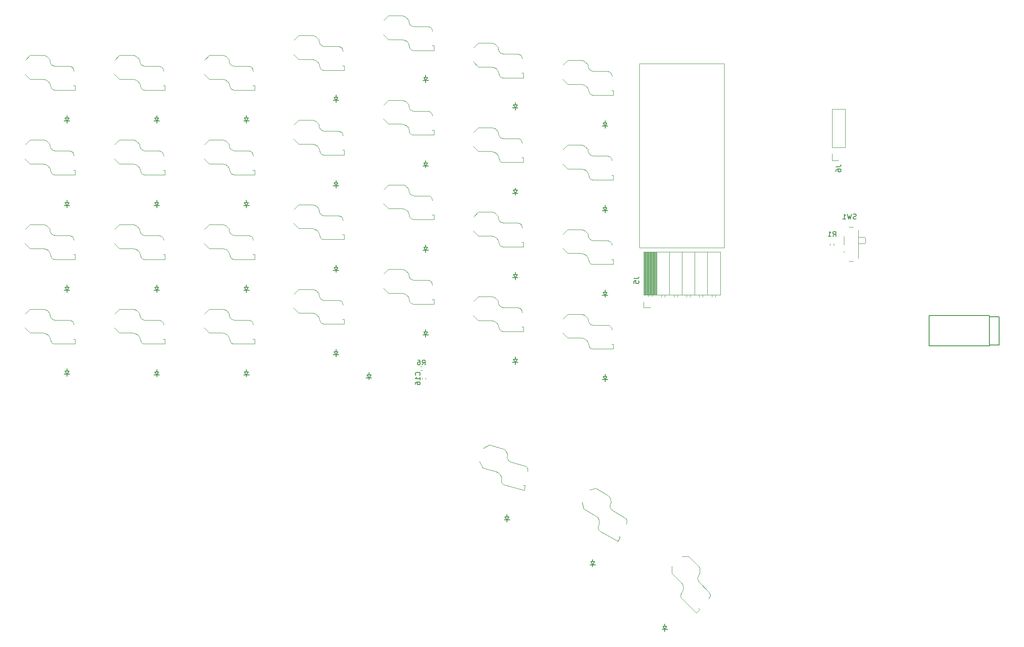
<source format=gbr>
%TF.GenerationSoftware,KiCad,Pcbnew,8.0.5*%
%TF.CreationDate,2024-10-02T17:20:21+02:00*%
%TF.ProjectId,vaucasy-pcb,76617563-6173-4792-9d70-63622e6b6963,rev?*%
%TF.SameCoordinates,Original*%
%TF.FileFunction,Legend,Bot*%
%TF.FilePolarity,Positive*%
%FSLAX46Y46*%
G04 Gerber Fmt 4.6, Leading zero omitted, Abs format (unit mm)*
G04 Created by KiCad (PCBNEW 8.0.5) date 2024-10-02 17:20:21*
%MOMM*%
%LPD*%
G01*
G04 APERTURE LIST*
%ADD10C,0.100000*%
%ADD11C,0.150000*%
%ADD12C,0.120000*%
G04 APERTURE END LIST*
D10*
X156425000Y-77675000D02*
X173425000Y-77675000D01*
X173425000Y-40675000D01*
X156425000Y-40675000D01*
X156425000Y-77675000D01*
D11*
X155284819Y-83861666D02*
X155999104Y-83861666D01*
X155999104Y-83861666D02*
X156141961Y-83814047D01*
X156141961Y-83814047D02*
X156237200Y-83718809D01*
X156237200Y-83718809D02*
X156284819Y-83575952D01*
X156284819Y-83575952D02*
X156284819Y-83480714D01*
X155284819Y-84814047D02*
X155284819Y-84337857D01*
X155284819Y-84337857D02*
X155761009Y-84290238D01*
X155761009Y-84290238D02*
X155713390Y-84337857D01*
X155713390Y-84337857D02*
X155665771Y-84433095D01*
X155665771Y-84433095D02*
X155665771Y-84671190D01*
X155665771Y-84671190D02*
X155713390Y-84766428D01*
X155713390Y-84766428D02*
X155761009Y-84814047D01*
X155761009Y-84814047D02*
X155856247Y-84861666D01*
X155856247Y-84861666D02*
X156094342Y-84861666D01*
X156094342Y-84861666D02*
X156189580Y-84814047D01*
X156189580Y-84814047D02*
X156237200Y-84766428D01*
X156237200Y-84766428D02*
X156284819Y-84671190D01*
X156284819Y-84671190D02*
X156284819Y-84433095D01*
X156284819Y-84433095D02*
X156237200Y-84337857D01*
X156237200Y-84337857D02*
X156189580Y-84290238D01*
X199908332Y-71857200D02*
X199765475Y-71904819D01*
X199765475Y-71904819D02*
X199527380Y-71904819D01*
X199527380Y-71904819D02*
X199432142Y-71857200D01*
X199432142Y-71857200D02*
X199384523Y-71809580D01*
X199384523Y-71809580D02*
X199336904Y-71714342D01*
X199336904Y-71714342D02*
X199336904Y-71619104D01*
X199336904Y-71619104D02*
X199384523Y-71523866D01*
X199384523Y-71523866D02*
X199432142Y-71476247D01*
X199432142Y-71476247D02*
X199527380Y-71428628D01*
X199527380Y-71428628D02*
X199717856Y-71381009D01*
X199717856Y-71381009D02*
X199813094Y-71333390D01*
X199813094Y-71333390D02*
X199860713Y-71285771D01*
X199860713Y-71285771D02*
X199908332Y-71190533D01*
X199908332Y-71190533D02*
X199908332Y-71095295D01*
X199908332Y-71095295D02*
X199860713Y-71000057D01*
X199860713Y-71000057D02*
X199813094Y-70952438D01*
X199813094Y-70952438D02*
X199717856Y-70904819D01*
X199717856Y-70904819D02*
X199479761Y-70904819D01*
X199479761Y-70904819D02*
X199336904Y-70952438D01*
X199003570Y-70904819D02*
X198765475Y-71904819D01*
X198765475Y-71904819D02*
X198574999Y-71190533D01*
X198574999Y-71190533D02*
X198384523Y-71904819D01*
X198384523Y-71904819D02*
X198146428Y-70904819D01*
X197241666Y-71904819D02*
X197813094Y-71904819D01*
X197527380Y-71904819D02*
X197527380Y-70904819D01*
X197527380Y-70904819D02*
X197622618Y-71047676D01*
X197622618Y-71047676D02*
X197717856Y-71142914D01*
X197717856Y-71142914D02*
X197813094Y-71190533D01*
X112791666Y-101234819D02*
X113124999Y-100758628D01*
X113363094Y-101234819D02*
X113363094Y-100234819D01*
X113363094Y-100234819D02*
X112982142Y-100234819D01*
X112982142Y-100234819D02*
X112886904Y-100282438D01*
X112886904Y-100282438D02*
X112839285Y-100330057D01*
X112839285Y-100330057D02*
X112791666Y-100425295D01*
X112791666Y-100425295D02*
X112791666Y-100568152D01*
X112791666Y-100568152D02*
X112839285Y-100663390D01*
X112839285Y-100663390D02*
X112886904Y-100711009D01*
X112886904Y-100711009D02*
X112982142Y-100758628D01*
X112982142Y-100758628D02*
X113363094Y-100758628D01*
X111934523Y-100234819D02*
X112124999Y-100234819D01*
X112124999Y-100234819D02*
X112220237Y-100282438D01*
X112220237Y-100282438D02*
X112267856Y-100330057D01*
X112267856Y-100330057D02*
X112363094Y-100472914D01*
X112363094Y-100472914D02*
X112410713Y-100663390D01*
X112410713Y-100663390D02*
X112410713Y-101044342D01*
X112410713Y-101044342D02*
X112363094Y-101139580D01*
X112363094Y-101139580D02*
X112315475Y-101187200D01*
X112315475Y-101187200D02*
X112220237Y-101234819D01*
X112220237Y-101234819D02*
X112029761Y-101234819D01*
X112029761Y-101234819D02*
X111934523Y-101187200D01*
X111934523Y-101187200D02*
X111886904Y-101139580D01*
X111886904Y-101139580D02*
X111839285Y-101044342D01*
X111839285Y-101044342D02*
X111839285Y-100806247D01*
X111839285Y-100806247D02*
X111886904Y-100711009D01*
X111886904Y-100711009D02*
X111934523Y-100663390D01*
X111934523Y-100663390D02*
X112029761Y-100615771D01*
X112029761Y-100615771D02*
X112220237Y-100615771D01*
X112220237Y-100615771D02*
X112315475Y-100663390D01*
X112315475Y-100663390D02*
X112363094Y-100711009D01*
X112363094Y-100711009D02*
X112410713Y-100806247D01*
X195241666Y-75404819D02*
X195574999Y-74928628D01*
X195813094Y-75404819D02*
X195813094Y-74404819D01*
X195813094Y-74404819D02*
X195432142Y-74404819D01*
X195432142Y-74404819D02*
X195336904Y-74452438D01*
X195336904Y-74452438D02*
X195289285Y-74500057D01*
X195289285Y-74500057D02*
X195241666Y-74595295D01*
X195241666Y-74595295D02*
X195241666Y-74738152D01*
X195241666Y-74738152D02*
X195289285Y-74833390D01*
X195289285Y-74833390D02*
X195336904Y-74881009D01*
X195336904Y-74881009D02*
X195432142Y-74928628D01*
X195432142Y-74928628D02*
X195813094Y-74928628D01*
X194289285Y-75404819D02*
X194860713Y-75404819D01*
X194574999Y-75404819D02*
X194574999Y-74404819D01*
X194574999Y-74404819D02*
X194670237Y-74547676D01*
X194670237Y-74547676D02*
X194765475Y-74642914D01*
X194765475Y-74642914D02*
X194860713Y-74690533D01*
X112314580Y-103307142D02*
X112362200Y-103259523D01*
X112362200Y-103259523D02*
X112409819Y-103116666D01*
X112409819Y-103116666D02*
X112409819Y-103021428D01*
X112409819Y-103021428D02*
X112362200Y-102878571D01*
X112362200Y-102878571D02*
X112266961Y-102783333D01*
X112266961Y-102783333D02*
X112171723Y-102735714D01*
X112171723Y-102735714D02*
X111981247Y-102688095D01*
X111981247Y-102688095D02*
X111838390Y-102688095D01*
X111838390Y-102688095D02*
X111647914Y-102735714D01*
X111647914Y-102735714D02*
X111552676Y-102783333D01*
X111552676Y-102783333D02*
X111457438Y-102878571D01*
X111457438Y-102878571D02*
X111409819Y-103021428D01*
X111409819Y-103021428D02*
X111409819Y-103116666D01*
X111409819Y-103116666D02*
X111457438Y-103259523D01*
X111457438Y-103259523D02*
X111505057Y-103307142D01*
X112409819Y-104259523D02*
X112409819Y-103688095D01*
X112409819Y-103973809D02*
X111409819Y-103973809D01*
X111409819Y-103973809D02*
X111552676Y-103878571D01*
X111552676Y-103878571D02*
X111647914Y-103783333D01*
X111647914Y-103783333D02*
X111695533Y-103688095D01*
X111409819Y-105116666D02*
X111409819Y-104926190D01*
X111409819Y-104926190D02*
X111457438Y-104830952D01*
X111457438Y-104830952D02*
X111505057Y-104783333D01*
X111505057Y-104783333D02*
X111647914Y-104688095D01*
X111647914Y-104688095D02*
X111838390Y-104640476D01*
X111838390Y-104640476D02*
X112219342Y-104640476D01*
X112219342Y-104640476D02*
X112314580Y-104688095D01*
X112314580Y-104688095D02*
X112362200Y-104735714D01*
X112362200Y-104735714D02*
X112409819Y-104830952D01*
X112409819Y-104830952D02*
X112409819Y-105021428D01*
X112409819Y-105021428D02*
X112362200Y-105116666D01*
X112362200Y-105116666D02*
X112314580Y-105164285D01*
X112314580Y-105164285D02*
X112219342Y-105211904D01*
X112219342Y-105211904D02*
X111981247Y-105211904D01*
X111981247Y-105211904D02*
X111886009Y-105164285D01*
X111886009Y-105164285D02*
X111838390Y-105116666D01*
X111838390Y-105116666D02*
X111790771Y-105021428D01*
X111790771Y-105021428D02*
X111790771Y-104830952D01*
X111790771Y-104830952D02*
X111838390Y-104735714D01*
X111838390Y-104735714D02*
X111886009Y-104688095D01*
X111886009Y-104688095D02*
X111981247Y-104640476D01*
X195854819Y-61401666D02*
X196569104Y-61401666D01*
X196569104Y-61401666D02*
X196711961Y-61354047D01*
X196711961Y-61354047D02*
X196807200Y-61258809D01*
X196807200Y-61258809D02*
X196854819Y-61115952D01*
X196854819Y-61115952D02*
X196854819Y-61020714D01*
X195854819Y-62306428D02*
X195854819Y-62115952D01*
X195854819Y-62115952D02*
X195902438Y-62020714D01*
X195902438Y-62020714D02*
X195950057Y-61973095D01*
X195950057Y-61973095D02*
X196092914Y-61877857D01*
X196092914Y-61877857D02*
X196283390Y-61830238D01*
X196283390Y-61830238D02*
X196664342Y-61830238D01*
X196664342Y-61830238D02*
X196759580Y-61877857D01*
X196759580Y-61877857D02*
X196807200Y-61925476D01*
X196807200Y-61925476D02*
X196854819Y-62020714D01*
X196854819Y-62020714D02*
X196854819Y-62211190D01*
X196854819Y-62211190D02*
X196807200Y-62306428D01*
X196807200Y-62306428D02*
X196759580Y-62354047D01*
X196759580Y-62354047D02*
X196664342Y-62401666D01*
X196664342Y-62401666D02*
X196426247Y-62401666D01*
X196426247Y-62401666D02*
X196331009Y-62354047D01*
X196331009Y-62354047D02*
X196283390Y-62306428D01*
X196283390Y-62306428D02*
X196235771Y-62211190D01*
X196235771Y-62211190D02*
X196235771Y-62020714D01*
X196235771Y-62020714D02*
X196283390Y-61925476D01*
X196283390Y-61925476D02*
X196331009Y-61877857D01*
X196331009Y-61877857D02*
X196426247Y-61830238D01*
D12*
%TO.C,J5*%
X172630000Y-87115000D02*
X172630000Y-78485000D01*
X171660000Y-87525000D02*
X171660000Y-87115000D01*
X170940000Y-87525000D02*
X170940000Y-87115000D01*
X170030000Y-87115000D02*
X170030000Y-78485000D01*
X169120000Y-87525000D02*
X169120000Y-87115000D01*
X168400000Y-87525000D02*
X168400000Y-87115000D01*
X167490000Y-87115000D02*
X167490000Y-78485000D01*
X166580000Y-87525000D02*
X166580000Y-87115000D01*
X165860000Y-87525000D02*
X165860000Y-87115000D01*
X164950000Y-87115000D02*
X164950000Y-78485000D01*
X164040000Y-87525000D02*
X164040000Y-87115000D01*
X163320000Y-87525000D02*
X163320000Y-87115000D01*
X162410000Y-87115000D02*
X162410000Y-78485000D01*
X161500000Y-87525000D02*
X161500000Y-87115000D01*
X160780000Y-87525000D02*
X160780000Y-87115000D01*
X159870000Y-87115000D02*
X159870000Y-78485000D01*
X159751900Y-87115000D02*
X159751900Y-78485000D01*
X159633805Y-87115000D02*
X159633805Y-78485000D01*
X159515710Y-87115000D02*
X159515710Y-78485000D01*
X159397615Y-87115000D02*
X159397615Y-78485000D01*
X159279520Y-87115000D02*
X159279520Y-78485000D01*
X159161425Y-87115000D02*
X159161425Y-78485000D01*
X159043330Y-87115000D02*
X159043330Y-78485000D01*
X158960000Y-87465000D02*
X158960000Y-87115000D01*
X158925235Y-87115000D02*
X158925235Y-78485000D01*
X158807140Y-87115000D02*
X158807140Y-78485000D01*
X158689045Y-87115000D02*
X158689045Y-78485000D01*
X158570950Y-87115000D02*
X158570950Y-78485000D01*
X158452855Y-87115000D02*
X158452855Y-78485000D01*
X158334760Y-87115000D02*
X158334760Y-78485000D01*
X158240000Y-87465000D02*
X158240000Y-87115000D01*
X158216665Y-87115000D02*
X158216665Y-78485000D01*
X158098570Y-87115000D02*
X158098570Y-78485000D01*
X157980475Y-87115000D02*
X157980475Y-78485000D01*
X157862380Y-87115000D02*
X157862380Y-78485000D01*
X157744285Y-87115000D02*
X157744285Y-78485000D01*
X157626190Y-87115000D02*
X157626190Y-78485000D01*
X157508095Y-87115000D02*
X157508095Y-78485000D01*
X157390000Y-87115000D02*
X157390000Y-78485000D01*
X172630000Y-78485000D02*
X157270000Y-78485000D01*
X157270000Y-87115000D02*
X157270000Y-78485000D01*
X172630000Y-87115000D02*
X157270000Y-87115000D01*
X157270000Y-89685000D02*
X157270000Y-88575000D01*
X158600000Y-89685000D02*
X157270000Y-89685000D01*
%TO.C,S5*%
X115146000Y-37996000D02*
X111060000Y-37996000D01*
X115146000Y-37054000D02*
X115146000Y-37996000D01*
X114783000Y-37054000D02*
X115146000Y-37054000D01*
X114781000Y-33741000D02*
X114866000Y-34168000D01*
X114592000Y-33458000D02*
X114781000Y-33741000D01*
X114309000Y-33269000D02*
X114592000Y-33458000D01*
X113982000Y-33204000D02*
X114309000Y-33269000D01*
X111182000Y-33204000D02*
X113982000Y-33204000D01*
X111060000Y-37996000D02*
X110750000Y-37937000D01*
X110750000Y-37937000D02*
X110476000Y-37767000D01*
X110744000Y-33117000D02*
X111182000Y-33204000D01*
X110476000Y-37767000D02*
X110283000Y-37509000D01*
X110377000Y-32873000D02*
X110744000Y-33117000D01*
X110283000Y-37509000D02*
X110201000Y-37211000D01*
X110201000Y-37211000D02*
X110047000Y-36653000D01*
X110133000Y-32506000D02*
X110377000Y-32873000D01*
X110047000Y-36653000D02*
X109709000Y-36200000D01*
X110046000Y-32068000D02*
X110133000Y-32506000D01*
X110046000Y-31846000D02*
X110046000Y-32068000D01*
X109709000Y-36200000D02*
X109230000Y-35901000D01*
X109513000Y-31313000D02*
X110046000Y-31846000D01*
X109230000Y-35901000D02*
X108668000Y-35796000D01*
X109171000Y-31084000D02*
X109513000Y-31313000D01*
X108768000Y-31004000D02*
X109171000Y-31084000D01*
X108668000Y-35796000D02*
X106021000Y-35796000D01*
X106021000Y-35796000D02*
X105000000Y-34775000D01*
X106021000Y-31004000D02*
X108768000Y-31004000D01*
X105084000Y-31941000D02*
X106021000Y-31004000D01*
%TO.C,S27*%
X133146000Y-77496000D02*
X129060000Y-77496000D01*
X133146000Y-76554000D02*
X133146000Y-77496000D01*
X132783000Y-76554000D02*
X133146000Y-76554000D01*
X132781000Y-73241000D02*
X132866000Y-73668000D01*
X132592000Y-72958000D02*
X132781000Y-73241000D01*
X132309000Y-72769000D02*
X132592000Y-72958000D01*
X131982000Y-72704000D02*
X132309000Y-72769000D01*
X129182000Y-72704000D02*
X131982000Y-72704000D01*
X129060000Y-77496000D02*
X128750000Y-77437000D01*
X128750000Y-77437000D02*
X128476000Y-77267000D01*
X128744000Y-72617000D02*
X129182000Y-72704000D01*
X128476000Y-77267000D02*
X128283000Y-77009000D01*
X128377000Y-72373000D02*
X128744000Y-72617000D01*
X128283000Y-77009000D02*
X128201000Y-76711000D01*
X128201000Y-76711000D02*
X128047000Y-76153000D01*
X128133000Y-72006000D02*
X128377000Y-72373000D01*
X128047000Y-76153000D02*
X127709000Y-75700000D01*
X128046000Y-71568000D02*
X128133000Y-72006000D01*
X128046000Y-71346000D02*
X128046000Y-71568000D01*
X127709000Y-75700000D02*
X127230000Y-75401000D01*
X127513000Y-70813000D02*
X128046000Y-71346000D01*
X127230000Y-75401000D02*
X126668000Y-75296000D01*
X127171000Y-70584000D02*
X127513000Y-70813000D01*
X126768000Y-70504000D02*
X127171000Y-70584000D01*
X126668000Y-75296000D02*
X124021000Y-75296000D01*
X124021000Y-75296000D02*
X123000000Y-74275000D01*
X124021000Y-70504000D02*
X126768000Y-70504000D01*
X123084000Y-71441000D02*
X124021000Y-70504000D01*
%TO.C,S3*%
X79146000Y-45996000D02*
X75060000Y-45996000D01*
X79146000Y-45054000D02*
X79146000Y-45996000D01*
X78783000Y-45054000D02*
X79146000Y-45054000D01*
X78781000Y-41741000D02*
X78866000Y-42168000D01*
X78592000Y-41458000D02*
X78781000Y-41741000D01*
X78309000Y-41269000D02*
X78592000Y-41458000D01*
X77982000Y-41204000D02*
X78309000Y-41269000D01*
X75182000Y-41204000D02*
X77982000Y-41204000D01*
X75060000Y-45996000D02*
X74750000Y-45937000D01*
X74750000Y-45937000D02*
X74476000Y-45767000D01*
X74744000Y-41117000D02*
X75182000Y-41204000D01*
X74476000Y-45767000D02*
X74283000Y-45509000D01*
X74377000Y-40873000D02*
X74744000Y-41117000D01*
X74283000Y-45509000D02*
X74201000Y-45211000D01*
X74201000Y-45211000D02*
X74047000Y-44653000D01*
X74133000Y-40506000D02*
X74377000Y-40873000D01*
X74047000Y-44653000D02*
X73709000Y-44200000D01*
X74046000Y-40068000D02*
X74133000Y-40506000D01*
X74046000Y-39846000D02*
X74046000Y-40068000D01*
X73709000Y-44200000D02*
X73230000Y-43901000D01*
X73513000Y-39313000D02*
X74046000Y-39846000D01*
X73230000Y-43901000D02*
X72668000Y-43796000D01*
X73171000Y-39084000D02*
X73513000Y-39313000D01*
X72768000Y-39004000D02*
X73171000Y-39084000D01*
X72668000Y-43796000D02*
X70021000Y-43796000D01*
X70021000Y-43796000D02*
X69000000Y-42775000D01*
X70021000Y-39004000D02*
X72768000Y-39004000D01*
X69084000Y-39941000D02*
X70021000Y-39004000D01*
%TO.C,S19*%
X61146000Y-79996000D02*
X57060000Y-79996000D01*
X61146000Y-79054000D02*
X61146000Y-79996000D01*
X60783000Y-79054000D02*
X61146000Y-79054000D01*
X60781000Y-75741000D02*
X60866000Y-76168000D01*
X60592000Y-75458000D02*
X60781000Y-75741000D01*
X60309000Y-75269000D02*
X60592000Y-75458000D01*
X59982000Y-75204000D02*
X60309000Y-75269000D01*
X57182000Y-75204000D02*
X59982000Y-75204000D01*
X57060000Y-79996000D02*
X56750000Y-79937000D01*
X56750000Y-79937000D02*
X56476000Y-79767000D01*
X56744000Y-75117000D02*
X57182000Y-75204000D01*
X56476000Y-79767000D02*
X56283000Y-79509000D01*
X56377000Y-74873000D02*
X56744000Y-75117000D01*
X56283000Y-79509000D02*
X56201000Y-79211000D01*
X56201000Y-79211000D02*
X56047000Y-78653000D01*
X56133000Y-74506000D02*
X56377000Y-74873000D01*
X56047000Y-78653000D02*
X55709000Y-78200000D01*
X56046000Y-74068000D02*
X56133000Y-74506000D01*
X56046000Y-73846000D02*
X56046000Y-74068000D01*
X55709000Y-78200000D02*
X55230000Y-77901000D01*
X55513000Y-73313000D02*
X56046000Y-73846000D01*
X55230000Y-77901000D02*
X54668000Y-77796000D01*
X55171000Y-73084000D02*
X55513000Y-73313000D01*
X54768000Y-73004000D02*
X55171000Y-73084000D01*
X54668000Y-77796000D02*
X52021000Y-77796000D01*
X52021000Y-77796000D02*
X51000000Y-76775000D01*
X52021000Y-73004000D02*
X54768000Y-73004000D01*
X51084000Y-73941000D02*
X52021000Y-73004000D01*
%TO.C,S28*%
X133146000Y-94496000D02*
X129060000Y-94496000D01*
X133146000Y-93554000D02*
X133146000Y-94496000D01*
X132783000Y-93554000D02*
X133146000Y-93554000D01*
X132781000Y-90241000D02*
X132866000Y-90668000D01*
X132592000Y-89958000D02*
X132781000Y-90241000D01*
X132309000Y-89769000D02*
X132592000Y-89958000D01*
X131982000Y-89704000D02*
X132309000Y-89769000D01*
X129182000Y-89704000D02*
X131982000Y-89704000D01*
X129060000Y-94496000D02*
X128750000Y-94437000D01*
X128750000Y-94437000D02*
X128476000Y-94267000D01*
X128744000Y-89617000D02*
X129182000Y-89704000D01*
X128476000Y-94267000D02*
X128283000Y-94009000D01*
X128377000Y-89373000D02*
X128744000Y-89617000D01*
X128283000Y-94009000D02*
X128201000Y-93711000D01*
X128201000Y-93711000D02*
X128047000Y-93153000D01*
X128133000Y-89006000D02*
X128377000Y-89373000D01*
X128047000Y-93153000D02*
X127709000Y-92700000D01*
X128046000Y-88568000D02*
X128133000Y-89006000D01*
X128046000Y-88346000D02*
X128046000Y-88568000D01*
X127709000Y-92700000D02*
X127230000Y-92401000D01*
X127513000Y-87813000D02*
X128046000Y-88346000D01*
X127230000Y-92401000D02*
X126668000Y-92296000D01*
X127171000Y-87584000D02*
X127513000Y-87813000D01*
X126768000Y-87504000D02*
X127171000Y-87584000D01*
X126668000Y-92296000D02*
X124021000Y-92296000D01*
X124021000Y-92296000D02*
X123000000Y-91275000D01*
X124021000Y-87504000D02*
X126768000Y-87504000D01*
X123084000Y-88441000D02*
X124021000Y-87504000D01*
%TO.C,S7*%
X151146000Y-46996000D02*
X147060000Y-46996000D01*
X151146000Y-46054000D02*
X151146000Y-46996000D01*
X150783000Y-46054000D02*
X151146000Y-46054000D01*
X150781000Y-42741000D02*
X150866000Y-43168000D01*
X150592000Y-42458000D02*
X150781000Y-42741000D01*
X150309000Y-42269000D02*
X150592000Y-42458000D01*
X149982000Y-42204000D02*
X150309000Y-42269000D01*
X147182000Y-42204000D02*
X149982000Y-42204000D01*
X147060000Y-46996000D02*
X146750000Y-46937000D01*
X146750000Y-46937000D02*
X146476000Y-46767000D01*
X146744000Y-42117000D02*
X147182000Y-42204000D01*
X146476000Y-46767000D02*
X146283000Y-46509000D01*
X146377000Y-41873000D02*
X146744000Y-42117000D01*
X146283000Y-46509000D02*
X146201000Y-46211000D01*
X146201000Y-46211000D02*
X146047000Y-45653000D01*
X146133000Y-41506000D02*
X146377000Y-41873000D01*
X146047000Y-45653000D02*
X145709000Y-45200000D01*
X146046000Y-41068000D02*
X146133000Y-41506000D01*
X146046000Y-40846000D02*
X146046000Y-41068000D01*
X145709000Y-45200000D02*
X145230000Y-44901000D01*
X145513000Y-40313000D02*
X146046000Y-40846000D01*
X145230000Y-44901000D02*
X144668000Y-44796000D01*
X145171000Y-40084000D02*
X145513000Y-40313000D01*
X144768000Y-40004000D02*
X145171000Y-40084000D01*
X144668000Y-44796000D02*
X142021000Y-44796000D01*
X142021000Y-44796000D02*
X141000000Y-43775000D01*
X142021000Y-40004000D02*
X144768000Y-40004000D01*
X141084000Y-40941000D02*
X142021000Y-40004000D01*
%TO.C,S30*%
X151146000Y-97996000D02*
X147060000Y-97996000D01*
X151146000Y-97054000D02*
X151146000Y-97996000D01*
X150783000Y-97054000D02*
X151146000Y-97054000D01*
X150781000Y-93741000D02*
X150866000Y-94168000D01*
X150592000Y-93458000D02*
X150781000Y-93741000D01*
X150309000Y-93269000D02*
X150592000Y-93458000D01*
X149982000Y-93204000D02*
X150309000Y-93269000D01*
X147182000Y-93204000D02*
X149982000Y-93204000D01*
X147060000Y-97996000D02*
X146750000Y-97937000D01*
X146750000Y-97937000D02*
X146476000Y-97767000D01*
X146744000Y-93117000D02*
X147182000Y-93204000D01*
X146476000Y-97767000D02*
X146283000Y-97509000D01*
X146377000Y-92873000D02*
X146744000Y-93117000D01*
X146283000Y-97509000D02*
X146201000Y-97211000D01*
X146201000Y-97211000D02*
X146047000Y-96653000D01*
X146133000Y-92506000D02*
X146377000Y-92873000D01*
X146047000Y-96653000D02*
X145709000Y-96200000D01*
X146046000Y-92068000D02*
X146133000Y-92506000D01*
X146046000Y-91846000D02*
X146046000Y-92068000D01*
X145709000Y-96200000D02*
X145230000Y-95901000D01*
X145513000Y-91313000D02*
X146046000Y-91846000D01*
X145230000Y-95901000D02*
X144668000Y-95796000D01*
X145171000Y-91084000D02*
X145513000Y-91313000D01*
X144768000Y-91004000D02*
X145171000Y-91084000D01*
X144668000Y-95796000D02*
X142021000Y-95796000D01*
X142021000Y-95796000D02*
X141000000Y-94775000D01*
X142021000Y-91004000D02*
X144768000Y-91004000D01*
X141084000Y-91941000D02*
X142021000Y-91004000D01*
%TO.C,S14*%
X133146000Y-60496000D02*
X129060000Y-60496000D01*
X133146000Y-59554000D02*
X133146000Y-60496000D01*
X132783000Y-59554000D02*
X133146000Y-59554000D01*
X132781000Y-56241000D02*
X132866000Y-56668000D01*
X132592000Y-55958000D02*
X132781000Y-56241000D01*
X132309000Y-55769000D02*
X132592000Y-55958000D01*
X131982000Y-55704000D02*
X132309000Y-55769000D01*
X129182000Y-55704000D02*
X131982000Y-55704000D01*
X129060000Y-60496000D02*
X128750000Y-60437000D01*
X128750000Y-60437000D02*
X128476000Y-60267000D01*
X128744000Y-55617000D02*
X129182000Y-55704000D01*
X128476000Y-60267000D02*
X128283000Y-60009000D01*
X128377000Y-55373000D02*
X128744000Y-55617000D01*
X128283000Y-60009000D02*
X128201000Y-59711000D01*
X128201000Y-59711000D02*
X128047000Y-59153000D01*
X128133000Y-55006000D02*
X128377000Y-55373000D01*
X128047000Y-59153000D02*
X127709000Y-58700000D01*
X128046000Y-54568000D02*
X128133000Y-55006000D01*
X128046000Y-54346000D02*
X128046000Y-54568000D01*
X127709000Y-58700000D02*
X127230000Y-58401000D01*
X127513000Y-53813000D02*
X128046000Y-54346000D01*
X127230000Y-58401000D02*
X126668000Y-58296000D01*
X127171000Y-53584000D02*
X127513000Y-53813000D01*
X126768000Y-53504000D02*
X127171000Y-53584000D01*
X126668000Y-58296000D02*
X124021000Y-58296000D01*
X124021000Y-58296000D02*
X123000000Y-57275000D01*
X124021000Y-53504000D02*
X126768000Y-53504000D01*
X123084000Y-54441000D02*
X124021000Y-53504000D01*
%TO.C,S6*%
X133146000Y-43496000D02*
X129060000Y-43496000D01*
X133146000Y-42554000D02*
X133146000Y-43496000D01*
X132783000Y-42554000D02*
X133146000Y-42554000D01*
X132781000Y-39241000D02*
X132866000Y-39668000D01*
X132592000Y-38958000D02*
X132781000Y-39241000D01*
X132309000Y-38769000D02*
X132592000Y-38958000D01*
X131982000Y-38704000D02*
X132309000Y-38769000D01*
X129182000Y-38704000D02*
X131982000Y-38704000D01*
X129060000Y-43496000D02*
X128750000Y-43437000D01*
X128750000Y-43437000D02*
X128476000Y-43267000D01*
X128744000Y-38617000D02*
X129182000Y-38704000D01*
X128476000Y-43267000D02*
X128283000Y-43009000D01*
X128377000Y-38373000D02*
X128744000Y-38617000D01*
X128283000Y-43009000D02*
X128201000Y-42711000D01*
X128201000Y-42711000D02*
X128047000Y-42153000D01*
X128133000Y-38006000D02*
X128377000Y-38373000D01*
X128047000Y-42153000D02*
X127709000Y-41700000D01*
X128046000Y-37568000D02*
X128133000Y-38006000D01*
X128046000Y-37346000D02*
X128046000Y-37568000D01*
X127709000Y-41700000D02*
X127230000Y-41401000D01*
X127513000Y-36813000D02*
X128046000Y-37346000D01*
X127230000Y-41401000D02*
X126668000Y-41296000D01*
X127171000Y-36584000D02*
X127513000Y-36813000D01*
X126768000Y-36504000D02*
X127171000Y-36584000D01*
X126668000Y-41296000D02*
X124021000Y-41296000D01*
X124021000Y-41296000D02*
X123000000Y-40275000D01*
X124021000Y-36504000D02*
X126768000Y-36504000D01*
X123084000Y-37441000D02*
X124021000Y-36504000D01*
%TO.C,S15*%
X151146000Y-63996000D02*
X147060000Y-63996000D01*
X151146000Y-63054000D02*
X151146000Y-63996000D01*
X150783000Y-63054000D02*
X151146000Y-63054000D01*
X150781000Y-59741000D02*
X150866000Y-60168000D01*
X150592000Y-59458000D02*
X150781000Y-59741000D01*
X150309000Y-59269000D02*
X150592000Y-59458000D01*
X149982000Y-59204000D02*
X150309000Y-59269000D01*
X147182000Y-59204000D02*
X149982000Y-59204000D01*
X147060000Y-63996000D02*
X146750000Y-63937000D01*
X146750000Y-63937000D02*
X146476000Y-63767000D01*
X146744000Y-59117000D02*
X147182000Y-59204000D01*
X146476000Y-63767000D02*
X146283000Y-63509000D01*
X146377000Y-58873000D02*
X146744000Y-59117000D01*
X146283000Y-63509000D02*
X146201000Y-63211000D01*
X146201000Y-63211000D02*
X146047000Y-62653000D01*
X146133000Y-58506000D02*
X146377000Y-58873000D01*
X146047000Y-62653000D02*
X145709000Y-62200000D01*
X146046000Y-58068000D02*
X146133000Y-58506000D01*
X146046000Y-57846000D02*
X146046000Y-58068000D01*
X145709000Y-62200000D02*
X145230000Y-61901000D01*
X145513000Y-57313000D02*
X146046000Y-57846000D01*
X145230000Y-61901000D02*
X144668000Y-61796000D01*
X145171000Y-57084000D02*
X145513000Y-57313000D01*
X144768000Y-57004000D02*
X145171000Y-57084000D01*
X144668000Y-61796000D02*
X142021000Y-61796000D01*
X142021000Y-61796000D02*
X141000000Y-60775000D01*
X142021000Y-57004000D02*
X144768000Y-57004000D01*
X141084000Y-57941000D02*
X142021000Y-57004000D01*
%TO.C,S29*%
X151146000Y-80996000D02*
X147060000Y-80996000D01*
X151146000Y-80054000D02*
X151146000Y-80996000D01*
X150783000Y-80054000D02*
X151146000Y-80054000D01*
X150781000Y-76741000D02*
X150866000Y-77168000D01*
X150592000Y-76458000D02*
X150781000Y-76741000D01*
X150309000Y-76269000D02*
X150592000Y-76458000D01*
X149982000Y-76204000D02*
X150309000Y-76269000D01*
X147182000Y-76204000D02*
X149982000Y-76204000D01*
X147060000Y-80996000D02*
X146750000Y-80937000D01*
X146750000Y-80937000D02*
X146476000Y-80767000D01*
X146744000Y-76117000D02*
X147182000Y-76204000D01*
X146476000Y-80767000D02*
X146283000Y-80509000D01*
X146377000Y-75873000D02*
X146744000Y-76117000D01*
X146283000Y-80509000D02*
X146201000Y-80211000D01*
X146201000Y-80211000D02*
X146047000Y-79653000D01*
X146133000Y-75506000D02*
X146377000Y-75873000D01*
X146047000Y-79653000D02*
X145709000Y-79200000D01*
X146046000Y-75068000D02*
X146133000Y-75506000D01*
X146046000Y-74846000D02*
X146046000Y-75068000D01*
X145709000Y-79200000D02*
X145230000Y-78901000D01*
X145513000Y-74313000D02*
X146046000Y-74846000D01*
X145230000Y-78901000D02*
X144668000Y-78796000D01*
X145171000Y-74084000D02*
X145513000Y-74313000D01*
X144768000Y-74004000D02*
X145171000Y-74084000D01*
X144668000Y-78796000D02*
X142021000Y-78796000D01*
X142021000Y-78796000D02*
X141000000Y-77775000D01*
X142021000Y-74004000D02*
X144768000Y-74004000D01*
X141084000Y-74941000D02*
X142021000Y-74004000D01*
%TO.C,S22*%
X79146000Y-96996000D02*
X75060000Y-96996000D01*
X79146000Y-96054000D02*
X79146000Y-96996000D01*
X78783000Y-96054000D02*
X79146000Y-96054000D01*
X78781000Y-92741000D02*
X78866000Y-93168000D01*
X78592000Y-92458000D02*
X78781000Y-92741000D01*
X78309000Y-92269000D02*
X78592000Y-92458000D01*
X77982000Y-92204000D02*
X78309000Y-92269000D01*
X75182000Y-92204000D02*
X77982000Y-92204000D01*
X75060000Y-96996000D02*
X74750000Y-96937000D01*
X74750000Y-96937000D02*
X74476000Y-96767000D01*
X74744000Y-92117000D02*
X75182000Y-92204000D01*
X74476000Y-96767000D02*
X74283000Y-96509000D01*
X74377000Y-91873000D02*
X74744000Y-92117000D01*
X74283000Y-96509000D02*
X74201000Y-96211000D01*
X74201000Y-96211000D02*
X74047000Y-95653000D01*
X74133000Y-91506000D02*
X74377000Y-91873000D01*
X74047000Y-95653000D02*
X73709000Y-95200000D01*
X74046000Y-91068000D02*
X74133000Y-91506000D01*
X74046000Y-90846000D02*
X74046000Y-91068000D01*
X73709000Y-95200000D02*
X73230000Y-94901000D01*
X73513000Y-90313000D02*
X74046000Y-90846000D01*
X73230000Y-94901000D02*
X72668000Y-94796000D01*
X73171000Y-90084000D02*
X73513000Y-90313000D01*
X72768000Y-90004000D02*
X73171000Y-90084000D01*
X72668000Y-94796000D02*
X70021000Y-94796000D01*
X70021000Y-94796000D02*
X69000000Y-93775000D01*
X70021000Y-90004000D02*
X72768000Y-90004000D01*
X69084000Y-90941000D02*
X70021000Y-90004000D01*
%TO.C,S26*%
X115146000Y-88996000D02*
X111060000Y-88996000D01*
X115146000Y-88054000D02*
X115146000Y-88996000D01*
X114783000Y-88054000D02*
X115146000Y-88054000D01*
X114781000Y-84741000D02*
X114866000Y-85168000D01*
X114592000Y-84458000D02*
X114781000Y-84741000D01*
X114309000Y-84269000D02*
X114592000Y-84458000D01*
X113982000Y-84204000D02*
X114309000Y-84269000D01*
X111182000Y-84204000D02*
X113982000Y-84204000D01*
X111060000Y-88996000D02*
X110750000Y-88937000D01*
X110750000Y-88937000D02*
X110476000Y-88767000D01*
X110744000Y-84117000D02*
X111182000Y-84204000D01*
X110476000Y-88767000D02*
X110283000Y-88509000D01*
X110377000Y-83873000D02*
X110744000Y-84117000D01*
X110283000Y-88509000D02*
X110201000Y-88211000D01*
X110201000Y-88211000D02*
X110047000Y-87653000D01*
X110133000Y-83506000D02*
X110377000Y-83873000D01*
X110047000Y-87653000D02*
X109709000Y-87200000D01*
X110046000Y-83068000D02*
X110133000Y-83506000D01*
X110046000Y-82846000D02*
X110046000Y-83068000D01*
X109709000Y-87200000D02*
X109230000Y-86901000D01*
X109513000Y-82313000D02*
X110046000Y-82846000D01*
X109230000Y-86901000D02*
X108668000Y-86796000D01*
X109171000Y-82084000D02*
X109513000Y-82313000D01*
X108768000Y-82004000D02*
X109171000Y-82084000D01*
X108668000Y-86796000D02*
X106021000Y-86796000D01*
X106021000Y-86796000D02*
X105000000Y-85775000D01*
X106021000Y-82004000D02*
X108768000Y-82004000D01*
X105084000Y-82941000D02*
X106021000Y-82004000D01*
%TO.C,S23*%
X97146000Y-75996000D02*
X93060000Y-75996000D01*
X97146000Y-75054000D02*
X97146000Y-75996000D01*
X96783000Y-75054000D02*
X97146000Y-75054000D01*
X96781000Y-71741000D02*
X96866000Y-72168000D01*
X96592000Y-71458000D02*
X96781000Y-71741000D01*
X96309000Y-71269000D02*
X96592000Y-71458000D01*
X95982000Y-71204000D02*
X96309000Y-71269000D01*
X93182000Y-71204000D02*
X95982000Y-71204000D01*
X93060000Y-75996000D02*
X92750000Y-75937000D01*
X92750000Y-75937000D02*
X92476000Y-75767000D01*
X92744000Y-71117000D02*
X93182000Y-71204000D01*
X92476000Y-75767000D02*
X92283000Y-75509000D01*
X92377000Y-70873000D02*
X92744000Y-71117000D01*
X92283000Y-75509000D02*
X92201000Y-75211000D01*
X92201000Y-75211000D02*
X92047000Y-74653000D01*
X92133000Y-70506000D02*
X92377000Y-70873000D01*
X92047000Y-74653000D02*
X91709000Y-74200000D01*
X92046000Y-70068000D02*
X92133000Y-70506000D01*
X92046000Y-69846000D02*
X92046000Y-70068000D01*
X91709000Y-74200000D02*
X91230000Y-73901000D01*
X91513000Y-69313000D02*
X92046000Y-69846000D01*
X91230000Y-73901000D02*
X90668000Y-73796000D01*
X91171000Y-69084000D02*
X91513000Y-69313000D01*
X90768000Y-69004000D02*
X91171000Y-69084000D01*
X90668000Y-73796000D02*
X88021000Y-73796000D01*
X88021000Y-73796000D02*
X87000000Y-72775000D01*
X88021000Y-69004000D02*
X90768000Y-69004000D01*
X87084000Y-69941000D02*
X88021000Y-69004000D01*
%TO.C,S1*%
X43146000Y-45996000D02*
X39060000Y-45996000D01*
X43146000Y-45054000D02*
X43146000Y-45996000D01*
X42783000Y-45054000D02*
X43146000Y-45054000D01*
X42781000Y-41741000D02*
X42866000Y-42168000D01*
X42592000Y-41458000D02*
X42781000Y-41741000D01*
X42309000Y-41269000D02*
X42592000Y-41458000D01*
X41982000Y-41204000D02*
X42309000Y-41269000D01*
X39182000Y-41204000D02*
X41982000Y-41204000D01*
X39060000Y-45996000D02*
X38750000Y-45937000D01*
X38750000Y-45937000D02*
X38476000Y-45767000D01*
X38744000Y-41117000D02*
X39182000Y-41204000D01*
X38476000Y-45767000D02*
X38283000Y-45509000D01*
X38377000Y-40873000D02*
X38744000Y-41117000D01*
X38283000Y-45509000D02*
X38201000Y-45211000D01*
X38201000Y-45211000D02*
X38047000Y-44653000D01*
X38133000Y-40506000D02*
X38377000Y-40873000D01*
X38047000Y-44653000D02*
X37709000Y-44200000D01*
X38046000Y-40068000D02*
X38133000Y-40506000D01*
X38046000Y-39846000D02*
X38046000Y-40068000D01*
X37709000Y-44200000D02*
X37230000Y-43901000D01*
X37513000Y-39313000D02*
X38046000Y-39846000D01*
X37230000Y-43901000D02*
X36668000Y-43796000D01*
X37171000Y-39084000D02*
X37513000Y-39313000D01*
X36768000Y-39004000D02*
X37171000Y-39084000D01*
X36668000Y-43796000D02*
X34021000Y-43796000D01*
X34021000Y-43796000D02*
X33000000Y-42775000D01*
X34021000Y-39004000D02*
X36768000Y-39004000D01*
X33084000Y-39941000D02*
X34021000Y-39004000D01*
%TO.C,S13*%
X115146000Y-54996000D02*
X111060000Y-54996000D01*
X115146000Y-54054000D02*
X115146000Y-54996000D01*
X114783000Y-54054000D02*
X115146000Y-54054000D01*
X114781000Y-50741000D02*
X114866000Y-51168000D01*
X114592000Y-50458000D02*
X114781000Y-50741000D01*
X114309000Y-50269000D02*
X114592000Y-50458000D01*
X113982000Y-50204000D02*
X114309000Y-50269000D01*
X111182000Y-50204000D02*
X113982000Y-50204000D01*
X111060000Y-54996000D02*
X110750000Y-54937000D01*
X110750000Y-54937000D02*
X110476000Y-54767000D01*
X110744000Y-50117000D02*
X111182000Y-50204000D01*
X110476000Y-54767000D02*
X110283000Y-54509000D01*
X110377000Y-49873000D02*
X110744000Y-50117000D01*
X110283000Y-54509000D02*
X110201000Y-54211000D01*
X110201000Y-54211000D02*
X110047000Y-53653000D01*
X110133000Y-49506000D02*
X110377000Y-49873000D01*
X110047000Y-53653000D02*
X109709000Y-53200000D01*
X110046000Y-49068000D02*
X110133000Y-49506000D01*
X110046000Y-48846000D02*
X110046000Y-49068000D01*
X109709000Y-53200000D02*
X109230000Y-52901000D01*
X109513000Y-48313000D02*
X110046000Y-48846000D01*
X109230000Y-52901000D02*
X108668000Y-52796000D01*
X109171000Y-48084000D02*
X109513000Y-48313000D01*
X108768000Y-48004000D02*
X109171000Y-48084000D01*
X108668000Y-52796000D02*
X106021000Y-52796000D01*
X106021000Y-52796000D02*
X105000000Y-51775000D01*
X106021000Y-48004000D02*
X108768000Y-48004000D01*
X105084000Y-48941000D02*
X106021000Y-48004000D01*
%TO.C,S9*%
X43146000Y-62996000D02*
X39060000Y-62996000D01*
X43146000Y-62054000D02*
X43146000Y-62996000D01*
X42783000Y-62054000D02*
X43146000Y-62054000D01*
X42781000Y-58741000D02*
X42866000Y-59168000D01*
X42592000Y-58458000D02*
X42781000Y-58741000D01*
X42309000Y-58269000D02*
X42592000Y-58458000D01*
X41982000Y-58204000D02*
X42309000Y-58269000D01*
X39182000Y-58204000D02*
X41982000Y-58204000D01*
X39060000Y-62996000D02*
X38750000Y-62937000D01*
X38750000Y-62937000D02*
X38476000Y-62767000D01*
X38744000Y-58117000D02*
X39182000Y-58204000D01*
X38476000Y-62767000D02*
X38283000Y-62509000D01*
X38377000Y-57873000D02*
X38744000Y-58117000D01*
X38283000Y-62509000D02*
X38201000Y-62211000D01*
X38201000Y-62211000D02*
X38047000Y-61653000D01*
X38133000Y-57506000D02*
X38377000Y-57873000D01*
X38047000Y-61653000D02*
X37709000Y-61200000D01*
X38046000Y-57068000D02*
X38133000Y-57506000D01*
X38046000Y-56846000D02*
X38046000Y-57068000D01*
X37709000Y-61200000D02*
X37230000Y-60901000D01*
X37513000Y-56313000D02*
X38046000Y-56846000D01*
X37230000Y-60901000D02*
X36668000Y-60796000D01*
X37171000Y-56084000D02*
X37513000Y-56313000D01*
X36768000Y-56004000D02*
X37171000Y-56084000D01*
X36668000Y-60796000D02*
X34021000Y-60796000D01*
X34021000Y-60796000D02*
X33000000Y-59775000D01*
X34021000Y-56004000D02*
X36768000Y-56004000D01*
X33084000Y-56941000D02*
X34021000Y-56004000D01*
%TO.C,S4*%
X97146000Y-41996000D02*
X93060000Y-41996000D01*
X97146000Y-41054000D02*
X97146000Y-41996000D01*
X96783000Y-41054000D02*
X97146000Y-41054000D01*
X96781000Y-37741000D02*
X96866000Y-38168000D01*
X96592000Y-37458000D02*
X96781000Y-37741000D01*
X96309000Y-37269000D02*
X96592000Y-37458000D01*
X95982000Y-37204000D02*
X96309000Y-37269000D01*
X93182000Y-37204000D02*
X95982000Y-37204000D01*
X93060000Y-41996000D02*
X92750000Y-41937000D01*
X92750000Y-41937000D02*
X92476000Y-41767000D01*
X92744000Y-37117000D02*
X93182000Y-37204000D01*
X92476000Y-41767000D02*
X92283000Y-41509000D01*
X92377000Y-36873000D02*
X92744000Y-37117000D01*
X92283000Y-41509000D02*
X92201000Y-41211000D01*
X92201000Y-41211000D02*
X92047000Y-40653000D01*
X92133000Y-36506000D02*
X92377000Y-36873000D01*
X92047000Y-40653000D02*
X91709000Y-40200000D01*
X92046000Y-36068000D02*
X92133000Y-36506000D01*
X92046000Y-35846000D02*
X92046000Y-36068000D01*
X91709000Y-40200000D02*
X91230000Y-39901000D01*
X91513000Y-35313000D02*
X92046000Y-35846000D01*
X91230000Y-39901000D02*
X90668000Y-39796000D01*
X91171000Y-35084000D02*
X91513000Y-35313000D01*
X90768000Y-35004000D02*
X91171000Y-35084000D01*
X90668000Y-39796000D02*
X88021000Y-39796000D01*
X88021000Y-39796000D02*
X87000000Y-38775000D01*
X88021000Y-35004000D02*
X90768000Y-35004000D01*
X87084000Y-35941000D02*
X88021000Y-35004000D01*
%TO.C,S10*%
X61146000Y-62996000D02*
X57060000Y-62996000D01*
X61146000Y-62054000D02*
X61146000Y-62996000D01*
X60783000Y-62054000D02*
X61146000Y-62054000D01*
X60781000Y-58741000D02*
X60866000Y-59168000D01*
X60592000Y-58458000D02*
X60781000Y-58741000D01*
X60309000Y-58269000D02*
X60592000Y-58458000D01*
X59982000Y-58204000D02*
X60309000Y-58269000D01*
X57182000Y-58204000D02*
X59982000Y-58204000D01*
X57060000Y-62996000D02*
X56750000Y-62937000D01*
X56750000Y-62937000D02*
X56476000Y-62767000D01*
X56744000Y-58117000D02*
X57182000Y-58204000D01*
X56476000Y-62767000D02*
X56283000Y-62509000D01*
X56377000Y-57873000D02*
X56744000Y-58117000D01*
X56283000Y-62509000D02*
X56201000Y-62211000D01*
X56201000Y-62211000D02*
X56047000Y-61653000D01*
X56133000Y-57506000D02*
X56377000Y-57873000D01*
X56047000Y-61653000D02*
X55709000Y-61200000D01*
X56046000Y-57068000D02*
X56133000Y-57506000D01*
X56046000Y-56846000D02*
X56046000Y-57068000D01*
X55709000Y-61200000D02*
X55230000Y-60901000D01*
X55513000Y-56313000D02*
X56046000Y-56846000D01*
X55230000Y-60901000D02*
X54668000Y-60796000D01*
X55171000Y-56084000D02*
X55513000Y-56313000D01*
X54768000Y-56004000D02*
X55171000Y-56084000D01*
X54668000Y-60796000D02*
X52021000Y-60796000D01*
X52021000Y-60796000D02*
X51000000Y-59775000D01*
X52021000Y-56004000D02*
X54768000Y-56004000D01*
X51084000Y-56941000D02*
X52021000Y-56004000D01*
%TO.C,S11*%
X79146000Y-62996000D02*
X75060000Y-62996000D01*
X79146000Y-62054000D02*
X79146000Y-62996000D01*
X78783000Y-62054000D02*
X79146000Y-62054000D01*
X78781000Y-58741000D02*
X78866000Y-59168000D01*
X78592000Y-58458000D02*
X78781000Y-58741000D01*
X78309000Y-58269000D02*
X78592000Y-58458000D01*
X77982000Y-58204000D02*
X78309000Y-58269000D01*
X75182000Y-58204000D02*
X77982000Y-58204000D01*
X75060000Y-62996000D02*
X74750000Y-62937000D01*
X74750000Y-62937000D02*
X74476000Y-62767000D01*
X74744000Y-58117000D02*
X75182000Y-58204000D01*
X74476000Y-62767000D02*
X74283000Y-62509000D01*
X74377000Y-57873000D02*
X74744000Y-58117000D01*
X74283000Y-62509000D02*
X74201000Y-62211000D01*
X74201000Y-62211000D02*
X74047000Y-61653000D01*
X74133000Y-57506000D02*
X74377000Y-57873000D01*
X74047000Y-61653000D02*
X73709000Y-61200000D01*
X74046000Y-57068000D02*
X74133000Y-57506000D01*
X74046000Y-56846000D02*
X74046000Y-57068000D01*
X73709000Y-61200000D02*
X73230000Y-60901000D01*
X73513000Y-56313000D02*
X74046000Y-56846000D01*
X73230000Y-60901000D02*
X72668000Y-60796000D01*
X73171000Y-56084000D02*
X73513000Y-56313000D01*
X72768000Y-56004000D02*
X73171000Y-56084000D01*
X72668000Y-60796000D02*
X70021000Y-60796000D01*
X70021000Y-60796000D02*
X69000000Y-59775000D01*
X70021000Y-56004000D02*
X72768000Y-56004000D01*
X69084000Y-56941000D02*
X70021000Y-56004000D01*
%TO.C,S17*%
X43146000Y-79996000D02*
X39060000Y-79996000D01*
X43146000Y-79054000D02*
X43146000Y-79996000D01*
X42783000Y-79054000D02*
X43146000Y-79054000D01*
X42781000Y-75741000D02*
X42866000Y-76168000D01*
X42592000Y-75458000D02*
X42781000Y-75741000D01*
X42309000Y-75269000D02*
X42592000Y-75458000D01*
X41982000Y-75204000D02*
X42309000Y-75269000D01*
X39182000Y-75204000D02*
X41982000Y-75204000D01*
X39060000Y-79996000D02*
X38750000Y-79937000D01*
X38750000Y-79937000D02*
X38476000Y-79767000D01*
X38744000Y-75117000D02*
X39182000Y-75204000D01*
X38476000Y-79767000D02*
X38283000Y-79509000D01*
X38377000Y-74873000D02*
X38744000Y-75117000D01*
X38283000Y-79509000D02*
X38201000Y-79211000D01*
X38201000Y-79211000D02*
X38047000Y-78653000D01*
X38133000Y-74506000D02*
X38377000Y-74873000D01*
X38047000Y-78653000D02*
X37709000Y-78200000D01*
X38046000Y-74068000D02*
X38133000Y-74506000D01*
X38046000Y-73846000D02*
X38046000Y-74068000D01*
X37709000Y-78200000D02*
X37230000Y-77901000D01*
X37513000Y-73313000D02*
X38046000Y-73846000D01*
X37230000Y-77901000D02*
X36668000Y-77796000D01*
X37171000Y-73084000D02*
X37513000Y-73313000D01*
X36768000Y-73004000D02*
X37171000Y-73084000D01*
X36668000Y-77796000D02*
X34021000Y-77796000D01*
X34021000Y-77796000D02*
X33000000Y-76775000D01*
X34021000Y-73004000D02*
X36768000Y-73004000D01*
X33084000Y-73941000D02*
X34021000Y-73004000D01*
%TO.C,S24*%
X97146000Y-92996000D02*
X93060000Y-92996000D01*
X97146000Y-92054000D02*
X97146000Y-92996000D01*
X96783000Y-92054000D02*
X97146000Y-92054000D01*
X96781000Y-88741000D02*
X96866000Y-89168000D01*
X96592000Y-88458000D02*
X96781000Y-88741000D01*
X96309000Y-88269000D02*
X96592000Y-88458000D01*
X95982000Y-88204000D02*
X96309000Y-88269000D01*
X93182000Y-88204000D02*
X95982000Y-88204000D01*
X93060000Y-92996000D02*
X92750000Y-92937000D01*
X92750000Y-92937000D02*
X92476000Y-92767000D01*
X92744000Y-88117000D02*
X93182000Y-88204000D01*
X92476000Y-92767000D02*
X92283000Y-92509000D01*
X92377000Y-87873000D02*
X92744000Y-88117000D01*
X92283000Y-92509000D02*
X92201000Y-92211000D01*
X92201000Y-92211000D02*
X92047000Y-91653000D01*
X92133000Y-87506000D02*
X92377000Y-87873000D01*
X92047000Y-91653000D02*
X91709000Y-91200000D01*
X92046000Y-87068000D02*
X92133000Y-87506000D01*
X92046000Y-86846000D02*
X92046000Y-87068000D01*
X91709000Y-91200000D02*
X91230000Y-90901000D01*
X91513000Y-86313000D02*
X92046000Y-86846000D01*
X91230000Y-90901000D02*
X90668000Y-90796000D01*
X91171000Y-86084000D02*
X91513000Y-86313000D01*
X90768000Y-86004000D02*
X91171000Y-86084000D01*
X90668000Y-90796000D02*
X88021000Y-90796000D01*
X88021000Y-90796000D02*
X87000000Y-89775000D01*
X88021000Y-86004000D02*
X90768000Y-86004000D01*
X87084000Y-86941000D02*
X88021000Y-86004000D01*
%TO.C,S31*%
X170621348Y-147492462D02*
X170554880Y-147826217D01*
X170554880Y-147826217D02*
X170313050Y-148188255D01*
X170554880Y-147158708D02*
X170621348Y-147492462D01*
X170369618Y-146881522D02*
X170554880Y-147158708D01*
X168546698Y-143138098D02*
X168389720Y-143295076D01*
X168546697Y-142384323D02*
X168546698Y-143138098D01*
X168470329Y-150426956D02*
X167804235Y-151093050D01*
X168466794Y-141980565D02*
X168546697Y-142384323D01*
X168389720Y-143295076D02*
X168141525Y-143666307D01*
X168389719Y-144901623D02*
X170369618Y-146881522D01*
X168238398Y-141639031D02*
X168466794Y-141980565D01*
X168213650Y-150170276D02*
X168470329Y-150426956D01*
X168141525Y-143666307D02*
X168054552Y-144098349D01*
X168141524Y-144530393D02*
X168389719Y-144901623D01*
X168054552Y-144098349D02*
X168141524Y-144530393D01*
X167804235Y-151093050D02*
X164914996Y-148203812D01*
X166295976Y-139696610D02*
X168238398Y-141639031D01*
X165229659Y-145978547D02*
X165102380Y-145428417D01*
X165148342Y-146537868D02*
X165229659Y-145978547D01*
X165102380Y-145428417D02*
X164779232Y-144956778D01*
X164970858Y-139696610D02*
X166295976Y-139696610D01*
X164914996Y-148203812D02*
X164737513Y-147942889D01*
X164862671Y-147041328D02*
X165148342Y-146537868D01*
X164779232Y-144956778D02*
X162907520Y-143085066D01*
X164737513Y-147942889D02*
X164663974Y-147628934D01*
X164709936Y-147310028D02*
X164862671Y-147041328D01*
X164663974Y-147628934D02*
X164709936Y-147310028D01*
X162907520Y-143085066D02*
X162907520Y-141641154D01*
%TO.C,S2*%
X61146000Y-45996000D02*
X57060000Y-45996000D01*
X61146000Y-45054000D02*
X61146000Y-45996000D01*
X60783000Y-45054000D02*
X61146000Y-45054000D01*
X60781000Y-41741000D02*
X60866000Y-42168000D01*
X60592000Y-41458000D02*
X60781000Y-41741000D01*
X60309000Y-41269000D02*
X60592000Y-41458000D01*
X59982000Y-41204000D02*
X60309000Y-41269000D01*
X57182000Y-41204000D02*
X59982000Y-41204000D01*
X57060000Y-45996000D02*
X56750000Y-45937000D01*
X56750000Y-45937000D02*
X56476000Y-45767000D01*
X56744000Y-41117000D02*
X57182000Y-41204000D01*
X56476000Y-45767000D02*
X56283000Y-45509000D01*
X56377000Y-40873000D02*
X56744000Y-41117000D01*
X56283000Y-45509000D02*
X56201000Y-45211000D01*
X56201000Y-45211000D02*
X56047000Y-44653000D01*
X56133000Y-40506000D02*
X56377000Y-40873000D01*
X56047000Y-44653000D02*
X55709000Y-44200000D01*
X56046000Y-40068000D02*
X56133000Y-40506000D01*
X56046000Y-39846000D02*
X56046000Y-40068000D01*
X55709000Y-44200000D02*
X55230000Y-43901000D01*
X55513000Y-39313000D02*
X56046000Y-39846000D01*
X55230000Y-43901000D02*
X54668000Y-43796000D01*
X55171000Y-39084000D02*
X55513000Y-39313000D01*
X54768000Y-39004000D02*
X55171000Y-39084000D01*
X54668000Y-43796000D02*
X52021000Y-43796000D01*
X52021000Y-43796000D02*
X51000000Y-42775000D01*
X52021000Y-39004000D02*
X54768000Y-39004000D01*
X51084000Y-39941000D02*
X52021000Y-39004000D01*
%TO.C,S20*%
X61146000Y-96996000D02*
X57060000Y-96996000D01*
X61146000Y-96054000D02*
X61146000Y-96996000D01*
X60783000Y-96054000D02*
X61146000Y-96054000D01*
X60781000Y-92741000D02*
X60866000Y-93168000D01*
X60592000Y-92458000D02*
X60781000Y-92741000D01*
X60309000Y-92269000D02*
X60592000Y-92458000D01*
X59982000Y-92204000D02*
X60309000Y-92269000D01*
X57182000Y-92204000D02*
X59982000Y-92204000D01*
X57060000Y-96996000D02*
X56750000Y-96937000D01*
X56750000Y-96937000D02*
X56476000Y-96767000D01*
X56744000Y-92117000D02*
X57182000Y-92204000D01*
X56476000Y-96767000D02*
X56283000Y-96509000D01*
X56377000Y-91873000D02*
X56744000Y-92117000D01*
X56283000Y-96509000D02*
X56201000Y-96211000D01*
X56201000Y-96211000D02*
X56047000Y-95653000D01*
X56133000Y-91506000D02*
X56377000Y-91873000D01*
X56047000Y-95653000D02*
X55709000Y-95200000D01*
X56046000Y-91068000D02*
X56133000Y-91506000D01*
X56046000Y-90846000D02*
X56046000Y-91068000D01*
X55709000Y-95200000D02*
X55230000Y-94901000D01*
X55513000Y-90313000D02*
X56046000Y-90846000D01*
X55230000Y-94901000D02*
X54668000Y-94796000D01*
X55171000Y-90084000D02*
X55513000Y-90313000D01*
X54768000Y-90004000D02*
X55171000Y-90084000D01*
X54668000Y-94796000D02*
X52021000Y-94796000D01*
X52021000Y-94796000D02*
X51000000Y-93775000D01*
X52021000Y-90004000D02*
X54768000Y-90004000D01*
X51084000Y-90941000D02*
X52021000Y-90004000D01*
%TO.C,S8*%
X133997762Y-122216584D02*
X133969350Y-122651033D01*
X133888447Y-121894309D02*
X133997762Y-122216584D01*
X133664007Y-121638504D02*
X133888447Y-121894309D01*
X133492858Y-125511164D02*
X133249050Y-126421067D01*
X133364973Y-121491085D02*
X133664007Y-121638504D01*
X133249050Y-126421067D02*
X129302277Y-125363532D01*
X133142227Y-125417214D02*
X133492858Y-125511164D01*
X130660380Y-120766392D02*
X133364973Y-121491085D01*
X130259822Y-120568993D02*
X130660380Y-120766392D01*
X129968480Y-120238321D02*
X130259822Y-120568993D01*
X129914565Y-119160646D02*
X129857106Y-119375081D01*
X129857106Y-119375081D02*
X129827780Y-119820674D01*
X129827780Y-119820674D02*
X129968480Y-120238321D01*
X129537677Y-118507857D02*
X129914565Y-119160646D01*
X129302277Y-125363532D02*
X129018110Y-125226309D01*
X129266600Y-118198144D02*
X129537677Y-118507857D01*
X129018110Y-125226309D02*
X128797446Y-124991185D01*
X128898038Y-118016565D02*
X129266600Y-118198144D01*
X128797446Y-124991185D02*
X128677798Y-124692024D01*
X128677798Y-124692024D02*
X128675720Y-124382955D01*
X128675720Y-124382955D02*
X128671388Y-123804110D01*
X128671388Y-123804110D02*
X128462150Y-123279065D01*
X128462150Y-123279065D02*
X128076858Y-122866278D01*
X128076858Y-122866278D02*
X127561184Y-122619400D01*
X127561184Y-122619400D02*
X125004379Y-121934306D01*
X126244639Y-117305590D02*
X128898038Y-118016565D01*
X125097054Y-117968149D02*
X126244639Y-117305590D01*
X125004379Y-121934306D02*
X124282423Y-120683842D01*
%TO.C,S25*%
X115146000Y-71996000D02*
X111060000Y-71996000D01*
X115146000Y-71054000D02*
X115146000Y-71996000D01*
X114783000Y-71054000D02*
X115146000Y-71054000D01*
X114781000Y-67741000D02*
X114866000Y-68168000D01*
X114592000Y-67458000D02*
X114781000Y-67741000D01*
X114309000Y-67269000D02*
X114592000Y-67458000D01*
X113982000Y-67204000D02*
X114309000Y-67269000D01*
X111182000Y-67204000D02*
X113982000Y-67204000D01*
X111060000Y-71996000D02*
X110750000Y-71937000D01*
X110750000Y-71937000D02*
X110476000Y-71767000D01*
X110744000Y-67117000D02*
X111182000Y-67204000D01*
X110476000Y-71767000D02*
X110283000Y-71509000D01*
X110377000Y-66873000D02*
X110744000Y-67117000D01*
X110283000Y-71509000D02*
X110201000Y-71211000D01*
X110201000Y-71211000D02*
X110047000Y-70653000D01*
X110133000Y-66506000D02*
X110377000Y-66873000D01*
X110047000Y-70653000D02*
X109709000Y-70200000D01*
X110046000Y-66068000D02*
X110133000Y-66506000D01*
X110046000Y-65846000D02*
X110046000Y-66068000D01*
X109709000Y-70200000D02*
X109230000Y-69901000D01*
X109513000Y-65313000D02*
X110046000Y-65846000D01*
X109230000Y-69901000D02*
X108668000Y-69796000D01*
X109171000Y-65084000D02*
X109513000Y-65313000D01*
X108768000Y-65004000D02*
X109171000Y-65084000D01*
X108668000Y-69796000D02*
X106021000Y-69796000D01*
X106021000Y-69796000D02*
X105000000Y-68775000D01*
X106021000Y-65004000D02*
X108768000Y-65004000D01*
X105084000Y-65941000D02*
X106021000Y-65004000D01*
%TO.C,S12*%
X97146000Y-58996000D02*
X93060000Y-58996000D01*
X97146000Y-58054000D02*
X97146000Y-58996000D01*
X96783000Y-58054000D02*
X97146000Y-58054000D01*
X96781000Y-54741000D02*
X96866000Y-55168000D01*
X96592000Y-54458000D02*
X96781000Y-54741000D01*
X96309000Y-54269000D02*
X96592000Y-54458000D01*
X95982000Y-54204000D02*
X96309000Y-54269000D01*
X93182000Y-54204000D02*
X95982000Y-54204000D01*
X93060000Y-58996000D02*
X92750000Y-58937000D01*
X92750000Y-58937000D02*
X92476000Y-58767000D01*
X92744000Y-54117000D02*
X93182000Y-54204000D01*
X92476000Y-58767000D02*
X92283000Y-58509000D01*
X92377000Y-53873000D02*
X92744000Y-54117000D01*
X92283000Y-58509000D02*
X92201000Y-58211000D01*
X92201000Y-58211000D02*
X92047000Y-57653000D01*
X92133000Y-53506000D02*
X92377000Y-53873000D01*
X92047000Y-57653000D02*
X91709000Y-57200000D01*
X92046000Y-53068000D02*
X92133000Y-53506000D01*
X92046000Y-52846000D02*
X92046000Y-53068000D01*
X91709000Y-57200000D02*
X91230000Y-56901000D01*
X91513000Y-52313000D02*
X92046000Y-52846000D01*
X91230000Y-56901000D02*
X90668000Y-56796000D01*
X91171000Y-52084000D02*
X91513000Y-52313000D01*
X90768000Y-52004000D02*
X91171000Y-52084000D01*
X90668000Y-56796000D02*
X88021000Y-56796000D01*
X88021000Y-56796000D02*
X87000000Y-55775000D01*
X88021000Y-52004000D02*
X90768000Y-52004000D01*
X87084000Y-52941000D02*
X88021000Y-52004000D01*
%TO.C,S21*%
X79146000Y-79996000D02*
X75060000Y-79996000D01*
X79146000Y-79054000D02*
X79146000Y-79996000D01*
X78783000Y-79054000D02*
X79146000Y-79054000D01*
X78781000Y-75741000D02*
X78866000Y-76168000D01*
X78592000Y-75458000D02*
X78781000Y-75741000D01*
X78309000Y-75269000D02*
X78592000Y-75458000D01*
X77982000Y-75204000D02*
X78309000Y-75269000D01*
X75182000Y-75204000D02*
X77982000Y-75204000D01*
X75060000Y-79996000D02*
X74750000Y-79937000D01*
X74750000Y-79937000D02*
X74476000Y-79767000D01*
X74744000Y-75117000D02*
X75182000Y-75204000D01*
X74476000Y-79767000D02*
X74283000Y-79509000D01*
X74377000Y-74873000D02*
X74744000Y-75117000D01*
X74283000Y-79509000D02*
X74201000Y-79211000D01*
X74201000Y-79211000D02*
X74047000Y-78653000D01*
X74133000Y-74506000D02*
X74377000Y-74873000D01*
X74047000Y-78653000D02*
X73709000Y-78200000D01*
X74046000Y-74068000D02*
X74133000Y-74506000D01*
X74046000Y-73846000D02*
X74046000Y-74068000D01*
X73709000Y-78200000D02*
X73230000Y-77901000D01*
X73513000Y-73313000D02*
X74046000Y-73846000D01*
X73230000Y-77901000D02*
X72668000Y-77796000D01*
X73171000Y-73084000D02*
X73513000Y-73313000D01*
X72768000Y-73004000D02*
X73171000Y-73084000D01*
X72668000Y-77796000D02*
X70021000Y-77796000D01*
X70021000Y-77796000D02*
X69000000Y-76775000D01*
X70021000Y-73004000D02*
X72768000Y-73004000D01*
X69084000Y-73941000D02*
X70021000Y-73004000D01*
%TO.C,S16*%
X153873171Y-132782964D02*
X153733283Y-133195256D01*
X153850993Y-132443379D02*
X153873171Y-132782964D01*
X153700406Y-132138199D02*
X153850993Y-132443379D01*
X153449717Y-131918408D02*
X153700406Y-132138199D01*
X152532770Y-135834606D02*
X152061769Y-136650401D01*
X152218404Y-135653105D02*
X152532770Y-135834606D01*
X152061769Y-136650401D02*
X148523190Y-134607402D01*
X151024846Y-130518407D02*
X153449717Y-131918408D01*
X150720040Y-128774345D02*
X150609040Y-128966603D01*
X150689026Y-130224063D02*
X151024846Y-130518407D01*
X150609040Y-128966603D02*
X150465385Y-129389424D01*
X150524950Y-128046254D02*
X150720040Y-128774345D01*
X150493195Y-129829254D02*
X150689026Y-130224063D01*
X150465385Y-129389424D02*
X150493195Y-129829254D01*
X150343268Y-127676934D02*
X150524950Y-128046254D01*
X150034261Y-127406151D02*
X150343268Y-127676934D01*
X148523190Y-134607402D02*
X148284223Y-134401307D01*
X148317407Y-132937829D02*
X148251190Y-132376520D01*
X148284223Y-134401307D02*
X148131932Y-134117082D01*
X148251190Y-132376520D02*
X147985864Y-131878077D01*
X148171774Y-133498073D02*
X148317407Y-132937829D01*
X148131932Y-134117082D02*
X148093789Y-133797147D01*
X148093789Y-133797147D02*
X148171774Y-133498073D01*
X147985864Y-131878077D02*
X147551658Y-131506147D01*
X147655288Y-126032652D02*
X150034261Y-127406151D01*
X147551658Y-131506147D02*
X145259289Y-130182646D01*
X146375323Y-126375618D02*
X147655288Y-126032652D01*
X145259289Y-130182646D02*
X144885577Y-128787934D01*
%TO.C,S18*%
X43146000Y-96996000D02*
X39060000Y-96996000D01*
X43146000Y-96054000D02*
X43146000Y-96996000D01*
X42783000Y-96054000D02*
X43146000Y-96054000D01*
X42781000Y-92741000D02*
X42866000Y-93168000D01*
X42592000Y-92458000D02*
X42781000Y-92741000D01*
X42309000Y-92269000D02*
X42592000Y-92458000D01*
X41982000Y-92204000D02*
X42309000Y-92269000D01*
X39182000Y-92204000D02*
X41982000Y-92204000D01*
X39060000Y-96996000D02*
X38750000Y-96937000D01*
X38750000Y-96937000D02*
X38476000Y-96767000D01*
X38744000Y-92117000D02*
X39182000Y-92204000D01*
X38476000Y-96767000D02*
X38283000Y-96509000D01*
X38377000Y-91873000D02*
X38744000Y-92117000D01*
X38283000Y-96509000D02*
X38201000Y-96211000D01*
X38201000Y-96211000D02*
X38047000Y-95653000D01*
X38133000Y-91506000D02*
X38377000Y-91873000D01*
X38047000Y-95653000D02*
X37709000Y-95200000D01*
X38046000Y-91068000D02*
X38133000Y-91506000D01*
X38046000Y-90846000D02*
X38046000Y-91068000D01*
X37709000Y-95200000D02*
X37230000Y-94901000D01*
X37513000Y-90313000D02*
X38046000Y-90846000D01*
X37230000Y-94901000D02*
X36668000Y-94796000D01*
X37171000Y-90084000D02*
X37513000Y-90313000D01*
X36768000Y-90004000D02*
X37171000Y-90084000D01*
X36668000Y-94796000D02*
X34021000Y-94796000D01*
X34021000Y-94796000D02*
X33000000Y-93775000D01*
X34021000Y-90004000D02*
X36768000Y-90004000D01*
X33084000Y-90941000D02*
X34021000Y-90004000D01*
D11*
%TO.C,D19*%
X58950000Y-86200000D02*
X59500000Y-86200000D01*
X59100000Y-85600000D02*
X59900000Y-85600000D01*
X59500000Y-85100000D02*
X59500000Y-85600000D01*
X59500000Y-86200000D02*
X59100000Y-85600000D01*
X59500000Y-86200000D02*
X59500000Y-86600000D01*
X59900000Y-85600000D02*
X59500000Y-86200000D01*
X60050000Y-86200000D02*
X59500000Y-86200000D01*
%TO.C,D9*%
X40950000Y-69200000D02*
X41500000Y-69200000D01*
X41100000Y-68600000D02*
X41900000Y-68600000D01*
X41500000Y-68100000D02*
X41500000Y-68600000D01*
X41500000Y-69200000D02*
X41100000Y-68600000D01*
X41500000Y-69200000D02*
X41500000Y-69600000D01*
X41900000Y-68600000D02*
X41500000Y-69200000D01*
X42050000Y-69200000D02*
X41500000Y-69200000D01*
%TO.C,D15*%
X148950000Y-70200000D02*
X149500000Y-70200000D01*
X149100000Y-69600000D02*
X149900000Y-69600000D01*
X149500000Y-69100000D02*
X149500000Y-69600000D01*
X149500000Y-70200000D02*
X149100000Y-69600000D01*
X149500000Y-70200000D02*
X149500000Y-70600000D01*
X149900000Y-69600000D02*
X149500000Y-70200000D01*
X150050000Y-70200000D02*
X149500000Y-70200000D01*
%TO.C,D8*%
X129275000Y-132350000D02*
X129825000Y-132350000D01*
X129425000Y-131750000D02*
X130225000Y-131750000D01*
X129825000Y-131250000D02*
X129825000Y-131750000D01*
X129825000Y-132350000D02*
X129425000Y-131750000D01*
X129825000Y-132350000D02*
X129825000Y-132750000D01*
X130225000Y-131750000D02*
X129825000Y-132350000D01*
X130375000Y-132350000D02*
X129825000Y-132350000D01*
%TO.C,D17*%
X40950000Y-86200000D02*
X41500000Y-86200000D01*
X41100000Y-85600000D02*
X41900000Y-85600000D01*
X41500000Y-85100000D02*
X41500000Y-85600000D01*
X41500000Y-86200000D02*
X41100000Y-85600000D01*
X41500000Y-86200000D02*
X41500000Y-86600000D01*
X41900000Y-85600000D02*
X41500000Y-86200000D01*
X42050000Y-86200000D02*
X41500000Y-86200000D01*
%TO.C,D18*%
X40950000Y-103050000D02*
X41500000Y-103050000D01*
X41100000Y-102450000D02*
X41900000Y-102450000D01*
X41500000Y-101950000D02*
X41500000Y-102450000D01*
X41500000Y-103050000D02*
X41100000Y-102450000D01*
X41500000Y-103050000D02*
X41500000Y-103450000D01*
X41900000Y-102450000D02*
X41500000Y-103050000D01*
X42050000Y-103050000D02*
X41500000Y-103050000D01*
%TO.C,D14*%
X130950000Y-66700000D02*
X131500000Y-66700000D01*
X131100000Y-66100000D02*
X131900000Y-66100000D01*
X131500000Y-65600000D02*
X131500000Y-66100000D01*
X131500000Y-66700000D02*
X131100000Y-66100000D01*
X131500000Y-66700000D02*
X131500000Y-67100000D01*
X131900000Y-66100000D02*
X131500000Y-66700000D01*
X132050000Y-66700000D02*
X131500000Y-66700000D01*
%TO.C,D12*%
X94950000Y-65200000D02*
X95500000Y-65200000D01*
X95100000Y-64600000D02*
X95900000Y-64600000D01*
X95500000Y-64100000D02*
X95500000Y-64600000D01*
X95500000Y-65200000D02*
X95100000Y-64600000D01*
X95500000Y-65200000D02*
X95500000Y-65600000D01*
X95900000Y-64600000D02*
X95500000Y-65200000D01*
X96050000Y-65200000D02*
X95500000Y-65200000D01*
%TO.C,D24*%
X94950000Y-99200000D02*
X95500000Y-99200000D01*
X95100000Y-98600000D02*
X95900000Y-98600000D01*
X95500000Y-98100000D02*
X95500000Y-98600000D01*
X95500000Y-99200000D02*
X95100000Y-98600000D01*
X95500000Y-99200000D02*
X95500000Y-99600000D01*
X95900000Y-98600000D02*
X95500000Y-99200000D01*
X96050000Y-99200000D02*
X95500000Y-99200000D01*
%TO.C,D26*%
X112950000Y-95200000D02*
X113500000Y-95200000D01*
X113100000Y-94600000D02*
X113900000Y-94600000D01*
X113500000Y-94100000D02*
X113500000Y-94600000D01*
X113500000Y-95200000D02*
X113100000Y-94600000D01*
X113500000Y-95200000D02*
X113500000Y-95600000D01*
X113900000Y-94600000D02*
X113500000Y-95200000D01*
X114050000Y-95200000D02*
X113500000Y-95200000D01*
%TO.C,D13*%
X112950000Y-61200000D02*
X113500000Y-61200000D01*
X113100000Y-60600000D02*
X113900000Y-60600000D01*
X113500000Y-60100000D02*
X113500000Y-60600000D01*
X113500000Y-61200000D02*
X113100000Y-60600000D01*
X113500000Y-61200000D02*
X113500000Y-61600000D01*
X113900000Y-60600000D02*
X113500000Y-61200000D01*
X114050000Y-61200000D02*
X113500000Y-61200000D01*
%TO.C,D6*%
X130950000Y-49550000D02*
X131500000Y-49550000D01*
X131100000Y-48950000D02*
X131900000Y-48950000D01*
X131500000Y-48450000D02*
X131500000Y-48950000D01*
X131500000Y-49550000D02*
X131100000Y-48950000D01*
X131500000Y-49550000D02*
X131500000Y-49950000D01*
X131900000Y-48950000D02*
X131500000Y-49550000D01*
X132050000Y-49550000D02*
X131500000Y-49550000D01*
D12*
%TO.C,SW1*%
X201805000Y-76650000D02*
X201805000Y-75750000D01*
X201805000Y-76650000D02*
X201595000Y-76850000D01*
X201805000Y-75750000D02*
X201595000Y-75550000D01*
X201595000Y-75550000D02*
X200305000Y-75550000D01*
X200305000Y-79800000D02*
X200305000Y-74100000D01*
X200305000Y-76850000D02*
X201595000Y-76850000D01*
X199295000Y-73500000D02*
X198505000Y-73500000D01*
X198505000Y-80400000D02*
X199295000Y-80400000D01*
X197455000Y-78550000D02*
X197455000Y-78350000D01*
X197455000Y-77050000D02*
X197455000Y-75350000D01*
%TO.C,R6*%
X112471359Y-101570000D02*
X112778641Y-101570000D01*
X112471359Y-102330000D02*
X112778641Y-102330000D01*
D11*
%TO.C,D22*%
X76950000Y-103200000D02*
X77500000Y-103200000D01*
X77100000Y-102600000D02*
X77900000Y-102600000D01*
X77500000Y-102100000D02*
X77500000Y-102600000D01*
X77500000Y-103200000D02*
X77100000Y-102600000D01*
X77500000Y-103200000D02*
X77500000Y-103600000D01*
X77900000Y-102600000D02*
X77500000Y-103200000D01*
X78050000Y-103200000D02*
X77500000Y-103200000D01*
%TO.C,D30*%
X148950000Y-104200000D02*
X149500000Y-104200000D01*
X149100000Y-103600000D02*
X149900000Y-103600000D01*
X149500000Y-103100000D02*
X149500000Y-103600000D01*
X149500000Y-104200000D02*
X149100000Y-103600000D01*
X149500000Y-104200000D02*
X149500000Y-104600000D01*
X149900000Y-103600000D02*
X149500000Y-104200000D01*
X150050000Y-104200000D02*
X149500000Y-104200000D01*
%TO.C,D2*%
X58950000Y-52200000D02*
X59500000Y-52200000D01*
X59100000Y-51600000D02*
X59900000Y-51600000D01*
X59500000Y-51100000D02*
X59500000Y-51600000D01*
X59500000Y-52200000D02*
X59100000Y-51600000D01*
X59500000Y-52200000D02*
X59500000Y-52600000D01*
X59900000Y-51600000D02*
X59500000Y-52200000D01*
X60050000Y-52200000D02*
X59500000Y-52200000D01*
D12*
%TO.C,R1*%
X194695000Y-76806359D02*
X194695000Y-77113641D01*
X195455000Y-76806359D02*
X195455000Y-77113641D01*
D11*
%TO.C,D16*%
X146475000Y-141375000D02*
X147025000Y-141375000D01*
X146625000Y-140775000D02*
X147425000Y-140775000D01*
X147025000Y-140275000D02*
X147025000Y-140775000D01*
X147025000Y-141375000D02*
X146625000Y-140775000D01*
X147025000Y-141375000D02*
X147025000Y-141775000D01*
X147425000Y-140775000D02*
X147025000Y-141375000D01*
X147575000Y-141375000D02*
X147025000Y-141375000D01*
%TO.C,D7*%
X148950000Y-53200000D02*
X149500000Y-53200000D01*
X149100000Y-52600000D02*
X149900000Y-52600000D01*
X149500000Y-52100000D02*
X149500000Y-52600000D01*
X149500000Y-53200000D02*
X149100000Y-52600000D01*
X149500000Y-53200000D02*
X149500000Y-53600000D01*
X149900000Y-52600000D02*
X149500000Y-53200000D01*
X150050000Y-53200000D02*
X149500000Y-53200000D01*
%TO.C,D29*%
X148950000Y-87200000D02*
X149500000Y-87200000D01*
X149100000Y-86600000D02*
X149900000Y-86600000D01*
X149500000Y-86100000D02*
X149500000Y-86600000D01*
X149500000Y-87200000D02*
X149100000Y-86600000D01*
X149500000Y-87200000D02*
X149500000Y-87600000D01*
X149900000Y-86600000D02*
X149500000Y-87200000D01*
X150050000Y-87200000D02*
X149500000Y-87200000D01*
%TO.C,D25*%
X112950000Y-78200000D02*
X113500000Y-78200000D01*
X113100000Y-77600000D02*
X113900000Y-77600000D01*
X113500000Y-77100000D02*
X113500000Y-77600000D01*
X113500000Y-78200000D02*
X113100000Y-77600000D01*
X113500000Y-78200000D02*
X113500000Y-78600000D01*
X113900000Y-77600000D02*
X113500000Y-78200000D01*
X114050000Y-78200000D02*
X113500000Y-78200000D01*
%TO.C,D33*%
X102115000Y-102700000D02*
X102115000Y-103200000D01*
X102515000Y-103200000D02*
X102115000Y-103800000D01*
X101715000Y-103200000D02*
X102515000Y-103200000D01*
X102665000Y-103800000D02*
X102115000Y-103800000D01*
X102115000Y-103800000D02*
X101715000Y-103200000D01*
X102115000Y-103800000D02*
X102115000Y-104200000D01*
X101565000Y-103800000D02*
X102115000Y-103800000D01*
%TO.C,D11*%
X76950000Y-69200000D02*
X77500000Y-69200000D01*
X77100000Y-68600000D02*
X77900000Y-68600000D01*
X77500000Y-68100000D02*
X77500000Y-68600000D01*
X77500000Y-69200000D02*
X77100000Y-68600000D01*
X77500000Y-69200000D02*
X77500000Y-69600000D01*
X77900000Y-68600000D02*
X77500000Y-69200000D01*
X78050000Y-69200000D02*
X77500000Y-69200000D01*
%TO.C,D27*%
X130950000Y-83700000D02*
X131500000Y-83700000D01*
X131100000Y-83100000D02*
X131900000Y-83100000D01*
X131500000Y-82600000D02*
X131500000Y-83100000D01*
X131500000Y-83700000D02*
X131100000Y-83100000D01*
X131500000Y-83700000D02*
X131500000Y-84100000D01*
X131900000Y-83100000D02*
X131500000Y-83700000D01*
X132050000Y-83700000D02*
X131500000Y-83700000D01*
%TO.C,D5*%
X112950000Y-44050000D02*
X113500000Y-44050000D01*
X113100000Y-43450000D02*
X113900000Y-43450000D01*
X113500000Y-42950000D02*
X113500000Y-43450000D01*
X113500000Y-44050000D02*
X113100000Y-43450000D01*
X113500000Y-44050000D02*
X113500000Y-44450000D01*
X113900000Y-43450000D02*
X113500000Y-44050000D01*
X114050000Y-44050000D02*
X113500000Y-44050000D01*
%TO.C,D3*%
X76950000Y-52200000D02*
X77500000Y-52200000D01*
X77100000Y-51600000D02*
X77900000Y-51600000D01*
X77500000Y-51100000D02*
X77500000Y-51600000D01*
X77500000Y-52200000D02*
X77100000Y-51600000D01*
X77500000Y-52200000D02*
X77500000Y-52600000D01*
X77900000Y-51600000D02*
X77500000Y-52200000D01*
X78050000Y-52200000D02*
X77500000Y-52200000D01*
%TO.C,D20*%
X58950000Y-103200000D02*
X59500000Y-103200000D01*
X59100000Y-102600000D02*
X59900000Y-102600000D01*
X59500000Y-102100000D02*
X59500000Y-102600000D01*
X59500000Y-103200000D02*
X59100000Y-102600000D01*
X59500000Y-103200000D02*
X59500000Y-103600000D01*
X59900000Y-102600000D02*
X59500000Y-103200000D01*
X60050000Y-103200000D02*
X59500000Y-103200000D01*
%TO.C,D23*%
X94950000Y-82200000D02*
X95500000Y-82200000D01*
X95100000Y-81600000D02*
X95900000Y-81600000D01*
X95500000Y-81100000D02*
X95500000Y-81600000D01*
X95500000Y-82200000D02*
X95100000Y-81600000D01*
X95500000Y-82200000D02*
X95500000Y-82600000D01*
X95900000Y-81600000D02*
X95500000Y-82200000D01*
X96050000Y-82200000D02*
X95500000Y-82200000D01*
%TO.C,D31*%
X160950000Y-154350000D02*
X161500000Y-154350000D01*
X161100000Y-153750000D02*
X161900000Y-153750000D01*
X161500000Y-153250000D02*
X161500000Y-153750000D01*
X161500000Y-154350000D02*
X161100000Y-153750000D01*
X161500000Y-154350000D02*
X161500000Y-154750000D01*
X161900000Y-153750000D02*
X161500000Y-154350000D01*
X162050000Y-154350000D02*
X161500000Y-154350000D01*
%TO.C,U4*%
X228637500Y-97175000D02*
X228637500Y-91575000D01*
X228637500Y-97175000D02*
X226637500Y-97175000D01*
X228637500Y-91575000D02*
X226637500Y-91575000D01*
X226637500Y-97425000D02*
X226637500Y-91325000D01*
X214537500Y-97425000D02*
X226637500Y-97425000D01*
X214537500Y-97425000D02*
X214537500Y-91325000D01*
X214537500Y-91325000D02*
X226637500Y-91325000D01*
%TO.C,D21*%
X76950000Y-86200000D02*
X77500000Y-86200000D01*
X77100000Y-85600000D02*
X77900000Y-85600000D01*
X77500000Y-85100000D02*
X77500000Y-85600000D01*
X77500000Y-86200000D02*
X77100000Y-85600000D01*
X77500000Y-86200000D02*
X77500000Y-86600000D01*
X77900000Y-85600000D02*
X77500000Y-86200000D01*
X78050000Y-86200000D02*
X77500000Y-86200000D01*
%TO.C,D1*%
X40950000Y-52200000D02*
X41500000Y-52200000D01*
X41100000Y-51600000D02*
X41900000Y-51600000D01*
X41500000Y-51100000D02*
X41500000Y-51600000D01*
X41500000Y-52200000D02*
X41100000Y-51600000D01*
X41500000Y-52200000D02*
X41500000Y-52600000D01*
X41900000Y-51600000D02*
X41500000Y-52200000D01*
X42050000Y-52200000D02*
X41500000Y-52200000D01*
D12*
%TO.C,C16*%
X113475000Y-104057836D02*
X113475000Y-103842164D01*
X112755000Y-104057836D02*
X112755000Y-103842164D01*
D11*
%TO.C,D28*%
X130950000Y-100700000D02*
X131500000Y-100700000D01*
X131100000Y-100100000D02*
X131900000Y-100100000D01*
X131500000Y-99600000D02*
X131500000Y-100100000D01*
X131500000Y-100700000D02*
X131100000Y-100100000D01*
X131500000Y-100700000D02*
X131500000Y-101100000D01*
X131900000Y-100100000D02*
X131500000Y-100700000D01*
X132050000Y-100700000D02*
X131500000Y-100700000D01*
%TO.C,D10*%
X58950000Y-69200000D02*
X59500000Y-69200000D01*
X59100000Y-68600000D02*
X59900000Y-68600000D01*
X59500000Y-68100000D02*
X59500000Y-68600000D01*
X59500000Y-69200000D02*
X59100000Y-68600000D01*
X59500000Y-69200000D02*
X59500000Y-69600000D01*
X59900000Y-68600000D02*
X59500000Y-69200000D01*
X60050000Y-69200000D02*
X59500000Y-69200000D01*
%TO.C,D4*%
X94950000Y-48050000D02*
X95500000Y-48050000D01*
X95100000Y-47450000D02*
X95900000Y-47450000D01*
X95500000Y-46950000D02*
X95500000Y-47450000D01*
X95500000Y-48050000D02*
X95100000Y-47450000D01*
X95500000Y-48050000D02*
X95500000Y-48450000D01*
X95900000Y-47450000D02*
X95500000Y-48050000D01*
X96050000Y-48050000D02*
X95500000Y-48050000D01*
D12*
%TO.C,J6*%
X195070000Y-49825000D02*
X195070000Y-57505000D01*
X195070000Y-60105000D02*
X195070000Y-58775000D01*
X196400000Y-60105000D02*
X195070000Y-60105000D01*
X197730000Y-49825000D02*
X195070000Y-49825000D01*
X197730000Y-49825000D02*
X197730000Y-57505000D01*
X197730000Y-57505000D02*
X195070000Y-57505000D01*
%TD*%
M02*

</source>
